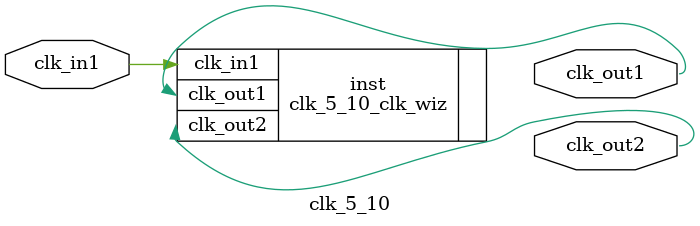
<source format=v>


`timescale 1ps/1ps

(* CORE_GENERATION_INFO = "clk_5_10,clk_wiz_v6_0_2_0_0,{component_name=clk_5_10,use_phase_alignment=true,use_min_o_jitter=false,use_max_i_jitter=false,use_dyn_phase_shift=false,use_inclk_switchover=false,use_dyn_reconfig=false,enable_axi=0,feedback_source=FDBK_AUTO,PRIMITIVE=PLL,num_out_clk=2,clkin1_period=10.000,clkin2_period=10.000,use_power_down=false,use_reset=false,use_locked=false,use_inclk_stopped=false,feedback_type=SINGLE,CLOCK_MGR_TYPE=NA,manual_override=false}" *)

module clk_5_10 
 (
  // Clock out ports
  output        clk_out1,
  output        clk_out2,
 // Clock in ports
  input         clk_in1
 );

  clk_5_10_clk_wiz inst
  (
  // Clock out ports  
  .clk_out1(clk_out1),
  .clk_out2(clk_out2),
 // Clock in ports
  .clk_in1(clk_in1)
  );

endmodule

</source>
